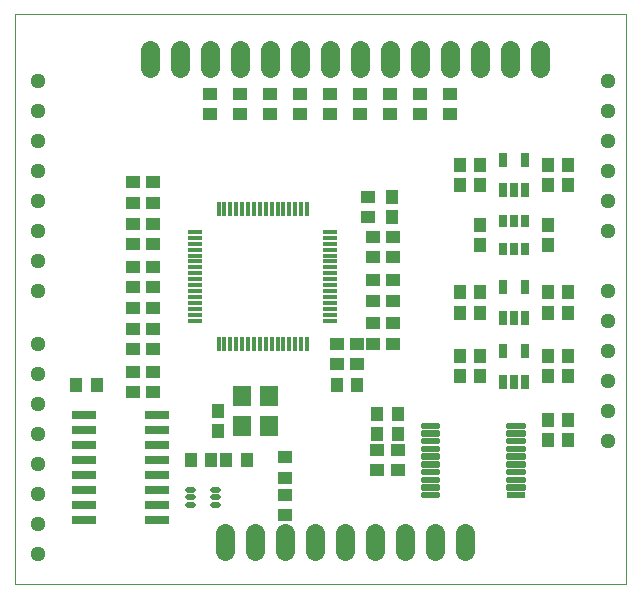
<source format=gts>
G75*
%MOIN*%
%OFA0B0*%
%FSLAX24Y24*%
%IPPOS*%
%LPD*%
%AMOC8*
5,1,8,0,0,1.08239X$1,22.5*
%
%ADD10C,0.0000*%
%ADD11R,0.0158X0.0512*%
%ADD12R,0.0512X0.0158*%
%ADD13C,0.0640*%
%ADD14R,0.0473X0.0434*%
%ADD15R,0.0434X0.0473*%
%ADD16R,0.0631X0.0670*%
%ADD17C,0.0512*%
%ADD18R,0.0257X0.0512*%
%ADD19R,0.0276X0.0394*%
%ADD20R,0.0640X0.0205*%
%ADD21C,0.0092*%
%ADD22R,0.0840X0.0300*%
%ADD23C,0.0197*%
D10*
X000180Y000180D02*
X000180Y019176D01*
X020550Y019176D01*
X020550Y000180D01*
X000180Y000180D01*
D11*
X006954Y008186D03*
X007150Y008186D03*
X007347Y008186D03*
X007544Y008186D03*
X007741Y008186D03*
X007938Y008186D03*
X008135Y008186D03*
X008332Y008186D03*
X008528Y008186D03*
X008725Y008186D03*
X008922Y008186D03*
X009119Y008186D03*
X009316Y008186D03*
X009513Y008186D03*
X009710Y008186D03*
X009906Y008186D03*
X009906Y012674D03*
X009710Y012674D03*
X009513Y012674D03*
X009316Y012674D03*
X009119Y012674D03*
X008922Y012674D03*
X008725Y012674D03*
X008528Y012674D03*
X008332Y012674D03*
X008135Y012674D03*
X007938Y012674D03*
X007741Y012674D03*
X007544Y012674D03*
X007347Y012674D03*
X007150Y012674D03*
X006954Y012674D03*
D12*
X006186Y011906D03*
X006186Y011710D03*
X006186Y011513D03*
X006186Y011316D03*
X006186Y011119D03*
X006186Y010922D03*
X006186Y010725D03*
X006186Y010528D03*
X006186Y010332D03*
X006186Y010135D03*
X006186Y009938D03*
X006186Y009741D03*
X006186Y009544D03*
X006186Y009347D03*
X006186Y009150D03*
X006186Y008954D03*
X010674Y008954D03*
X010674Y009150D03*
X010674Y009347D03*
X010674Y009544D03*
X010674Y009741D03*
X010674Y009938D03*
X010674Y010135D03*
X010674Y010332D03*
X010674Y010528D03*
X010674Y010725D03*
X010674Y010922D03*
X010674Y011119D03*
X010674Y011316D03*
X010674Y011513D03*
X010674Y011710D03*
X010674Y011906D03*
D13*
X010680Y017380D02*
X010680Y017980D01*
X011680Y017980D02*
X011680Y017380D01*
X012680Y017380D02*
X012680Y017980D01*
X013680Y017980D02*
X013680Y017380D01*
X014680Y017380D02*
X014680Y017980D01*
X015680Y017980D02*
X015680Y017380D01*
X016680Y017380D02*
X016680Y017980D01*
X017680Y017980D02*
X017680Y017380D01*
X009680Y017380D02*
X009680Y017980D01*
X008680Y017980D02*
X008680Y017380D01*
X007680Y017380D02*
X007680Y017980D01*
X006680Y017980D02*
X006680Y017380D01*
X005680Y017380D02*
X005680Y017980D01*
X004680Y017980D02*
X004680Y017380D01*
X007180Y001855D02*
X007180Y001255D01*
X008180Y001255D02*
X008180Y001855D01*
X009180Y001855D02*
X009180Y001255D01*
X010180Y001255D02*
X010180Y001855D01*
X011180Y001855D02*
X011180Y001255D01*
X012180Y001255D02*
X012180Y001855D01*
X013180Y001855D02*
X013180Y001255D01*
X014180Y001255D02*
X014180Y001855D01*
X015180Y001855D02*
X015180Y001255D01*
D14*
X012930Y003970D03*
X012930Y004640D03*
X012243Y004640D03*
X012243Y003970D03*
X009180Y003720D03*
X009180Y003140D03*
X009180Y002470D03*
X009180Y004390D03*
X010908Y007493D03*
X011577Y007493D03*
X011577Y008180D03*
X012095Y008180D03*
X012095Y008868D03*
X012765Y008868D03*
X012765Y008180D03*
X012765Y009618D03*
X012765Y010305D03*
X012765Y011055D03*
X012765Y011743D03*
X012095Y011743D03*
X011930Y012408D03*
X011930Y013077D03*
X012095Y011055D03*
X012095Y010305D03*
X012095Y009618D03*
X010908Y008180D03*
X004765Y007993D03*
X004095Y007993D03*
X004095Y008680D03*
X004765Y008680D03*
X004765Y009368D03*
X004095Y009368D03*
X004095Y010055D03*
X004765Y010055D03*
X004765Y010743D03*
X004095Y010743D03*
X004095Y011493D03*
X004765Y011493D03*
X004765Y012180D03*
X004095Y012180D03*
X004095Y012868D03*
X004765Y012868D03*
X004765Y013555D03*
X004095Y013555D03*
X006680Y015845D03*
X006680Y016515D03*
X007680Y016515D03*
X007680Y015845D03*
X008680Y015845D03*
X008680Y016515D03*
X009680Y016515D03*
X009680Y015845D03*
X010680Y015845D03*
X010680Y016515D03*
X011680Y016515D03*
X011680Y015845D03*
X012680Y015845D03*
X012680Y016515D03*
X013680Y016515D03*
X013680Y015845D03*
X014680Y015845D03*
X014680Y016515D03*
X004765Y007243D03*
X004095Y007243D03*
X004095Y006555D03*
X004765Y006555D03*
D15*
X002890Y006805D03*
X002220Y006805D03*
X006033Y004305D03*
X006702Y004305D03*
X007220Y004305D03*
X007890Y004305D03*
X006930Y005283D03*
X006930Y005952D03*
X010908Y006805D03*
X011577Y006805D03*
X012243Y005827D03*
X012243Y005158D03*
X012930Y005158D03*
X012930Y005827D03*
X014993Y007095D03*
X014993Y007765D03*
X015680Y007765D03*
X015680Y007095D03*
X015680Y009220D03*
X015680Y009890D03*
X014993Y009890D03*
X014993Y009220D03*
X015680Y011470D03*
X015680Y012140D03*
X015680Y013470D03*
X015680Y014140D03*
X014993Y014140D03*
X014993Y013470D03*
X012743Y013077D03*
X012743Y012408D03*
X017930Y012140D03*
X017930Y011470D03*
X017930Y009890D03*
X017930Y009220D03*
X018618Y009220D03*
X018618Y009890D03*
X018618Y007765D03*
X018618Y007095D03*
X017930Y007095D03*
X017930Y007765D03*
X017930Y005640D03*
X017930Y004970D03*
X018618Y004970D03*
X018618Y005640D03*
X018618Y013470D03*
X018618Y014140D03*
X017930Y014140D03*
X017930Y013470D03*
D16*
X008633Y006422D03*
X007727Y006422D03*
X007727Y005438D03*
X008633Y005438D03*
D17*
X000930Y005180D03*
X000930Y006180D03*
X000930Y007180D03*
X000930Y008180D03*
X000930Y009930D03*
X000930Y010930D03*
X000930Y011930D03*
X000930Y012930D03*
X000930Y013930D03*
X000930Y014930D03*
X000930Y015930D03*
X000930Y016930D03*
X000930Y004180D03*
X000930Y003180D03*
X000930Y002180D03*
X000930Y001180D03*
X019930Y004930D03*
X019930Y005930D03*
X019930Y006930D03*
X019930Y007930D03*
X019930Y008930D03*
X019930Y009930D03*
X019930Y011930D03*
X019930Y012930D03*
X019930Y013930D03*
X019930Y014930D03*
X019930Y015930D03*
X019930Y016930D03*
D18*
X017179Y014317D03*
X016431Y014317D03*
X016431Y013293D03*
X016805Y013293D03*
X017179Y013293D03*
X017179Y010067D03*
X016431Y010067D03*
X016431Y009043D03*
X016805Y009043D03*
X017179Y009043D03*
X017179Y007942D03*
X016431Y007942D03*
X016431Y006918D03*
X016805Y006918D03*
X017179Y006918D03*
D19*
X017179Y011352D03*
X016805Y011352D03*
X016431Y011352D03*
X016431Y012258D03*
X016805Y012258D03*
X017179Y012258D03*
D20*
X016857Y003153D03*
D21*
X017131Y003353D02*
X017131Y003465D01*
X017131Y003353D02*
X016583Y003353D01*
X016583Y003465D01*
X017131Y003465D01*
X017131Y003444D02*
X016583Y003444D01*
X017131Y003609D02*
X017131Y003721D01*
X017131Y003609D02*
X016583Y003609D01*
X016583Y003721D01*
X017131Y003721D01*
X017131Y003700D02*
X016583Y003700D01*
X017131Y003865D02*
X017131Y003977D01*
X017131Y003865D02*
X016583Y003865D01*
X016583Y003977D01*
X017131Y003977D01*
X017131Y003956D02*
X016583Y003956D01*
X017131Y004121D02*
X017131Y004233D01*
X017131Y004121D02*
X016583Y004121D01*
X016583Y004233D01*
X017131Y004233D01*
X017131Y004212D02*
X016583Y004212D01*
X017131Y004377D02*
X017131Y004489D01*
X017131Y004377D02*
X016583Y004377D01*
X016583Y004489D01*
X017131Y004489D01*
X017131Y004468D02*
X016583Y004468D01*
X017131Y004633D02*
X017131Y004745D01*
X017131Y004633D02*
X016583Y004633D01*
X016583Y004745D01*
X017131Y004745D01*
X017131Y004724D02*
X016583Y004724D01*
X017131Y004889D02*
X017131Y005001D01*
X017131Y004889D02*
X016583Y004889D01*
X016583Y005001D01*
X017131Y005001D01*
X017131Y004980D02*
X016583Y004980D01*
X017131Y005145D02*
X017131Y005257D01*
X017131Y005145D02*
X016583Y005145D01*
X016583Y005257D01*
X017131Y005257D01*
X017131Y005236D02*
X016583Y005236D01*
X017131Y005401D02*
X017131Y005513D01*
X017131Y005401D02*
X016583Y005401D01*
X016583Y005513D01*
X017131Y005513D01*
X017131Y005492D02*
X016583Y005492D01*
X014277Y005513D02*
X014277Y005401D01*
X013729Y005401D01*
X013729Y005513D01*
X014277Y005513D01*
X014277Y005492D02*
X013729Y005492D01*
X014277Y005257D02*
X014277Y005145D01*
X013729Y005145D01*
X013729Y005257D01*
X014277Y005257D01*
X014277Y005236D02*
X013729Y005236D01*
X014277Y005001D02*
X014277Y004889D01*
X013729Y004889D01*
X013729Y005001D01*
X014277Y005001D01*
X014277Y004980D02*
X013729Y004980D01*
X014277Y004745D02*
X014277Y004633D01*
X013729Y004633D01*
X013729Y004745D01*
X014277Y004745D01*
X014277Y004724D02*
X013729Y004724D01*
X014277Y004489D02*
X014277Y004377D01*
X013729Y004377D01*
X013729Y004489D01*
X014277Y004489D01*
X014277Y004468D02*
X013729Y004468D01*
X014277Y004233D02*
X014277Y004121D01*
X013729Y004121D01*
X013729Y004233D01*
X014277Y004233D01*
X014277Y004212D02*
X013729Y004212D01*
X014277Y003977D02*
X014277Y003865D01*
X013729Y003865D01*
X013729Y003977D01*
X014277Y003977D01*
X014277Y003956D02*
X013729Y003956D01*
X014277Y003721D02*
X014277Y003609D01*
X013729Y003609D01*
X013729Y003721D01*
X014277Y003721D01*
X014277Y003700D02*
X013729Y003700D01*
X014277Y003465D02*
X014277Y003353D01*
X013729Y003353D01*
X013729Y003465D01*
X014277Y003465D01*
X014277Y003444D02*
X013729Y003444D01*
X014277Y003209D02*
X014277Y003097D01*
X013729Y003097D01*
X013729Y003209D01*
X014277Y003209D01*
X014277Y003188D02*
X013729Y003188D01*
D22*
X004890Y003305D03*
X004890Y002805D03*
X004890Y002305D03*
X004890Y003805D03*
X004890Y004305D03*
X004890Y004805D03*
X004890Y005305D03*
X004890Y005805D03*
X002470Y005805D03*
X002470Y005305D03*
X002470Y004805D03*
X002470Y004305D03*
X002470Y003805D03*
X002470Y003305D03*
X002470Y002805D03*
X002470Y002305D03*
D23*
X005928Y002799D02*
X005928Y002799D01*
X006106Y002799D01*
X006106Y002799D01*
X005928Y002799D01*
X005928Y003055D02*
X005928Y003055D01*
X006106Y003055D01*
X006106Y003055D01*
X005928Y003055D01*
X005928Y003311D02*
X005928Y003311D01*
X006106Y003311D01*
X006106Y003311D01*
X005928Y003311D01*
X006754Y003311D02*
X006754Y003311D01*
X006932Y003311D01*
X006932Y003311D01*
X006754Y003311D01*
X006754Y003055D02*
X006754Y003055D01*
X006932Y003055D01*
X006932Y003055D01*
X006754Y003055D01*
X006754Y002799D02*
X006754Y002799D01*
X006932Y002799D01*
X006932Y002799D01*
X006754Y002799D01*
M02*

</source>
